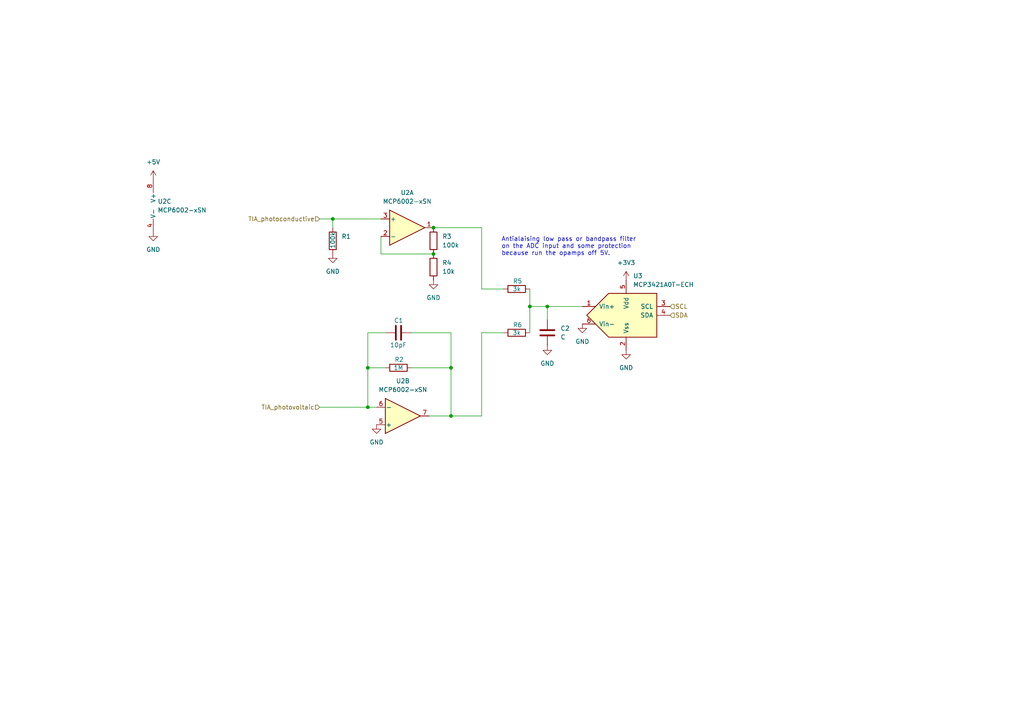
<source format=kicad_sch>
(kicad_sch (version 20211123) (generator eeschema)

  (uuid f3139bb3-a384-4a8a-a2d8-66b37728173d)

  (paper "A4")

  (lib_symbols
    (symbol "Amplifier_Operational:MCP6002-xSN" (pin_names (offset 0.127)) (in_bom yes) (on_board yes)
      (property "Reference" "U" (id 0) (at 0 5.08 0)
        (effects (font (size 1.27 1.27)) (justify left))
      )
      (property "Value" "MCP6002-xSN" (id 1) (at 0 -5.08 0)
        (effects (font (size 1.27 1.27)) (justify left))
      )
      (property "Footprint" "" (id 2) (at 0 0 0)
        (effects (font (size 1.27 1.27)) hide)
      )
      (property "Datasheet" "http://ww1.microchip.com/downloads/en/DeviceDoc/21733j.pdf" (id 3) (at 0 0 0)
        (effects (font (size 1.27 1.27)) hide)
      )
      (property "ki_locked" "" (id 4) (at 0 0 0)
        (effects (font (size 1.27 1.27)))
      )
      (property "ki_keywords" "dual opamp" (id 5) (at 0 0 0)
        (effects (font (size 1.27 1.27)) hide)
      )
      (property "ki_description" "1MHz, Low-Power Op Amp, SOIC-8" (id 6) (at 0 0 0)
        (effects (font (size 1.27 1.27)) hide)
      )
      (property "ki_fp_filters" "SOIC*3.9x4.9mm*P1.27mm* DIP*W7.62mm* TO*99* OnSemi*Micro8* TSSOP*3x3mm*P0.65mm* TSSOP*4.4x3mm*P0.65mm* MSOP*3x3mm*P0.65mm* SSOP*3.9x4.9mm*P0.635mm* LFCSP*2x2mm*P0.5mm* *SIP* SOIC*5.3x6.2mm*P1.27mm*" (id 7) (at 0 0 0)
        (effects (font (size 1.27 1.27)) hide)
      )
      (symbol "MCP6002-xSN_1_1"
        (polyline
          (pts
            (xy -5.08 5.08)
            (xy 5.08 0)
            (xy -5.08 -5.08)
            (xy -5.08 5.08)
          )
          (stroke (width 0.254) (type default) (color 0 0 0 0))
          (fill (type background))
        )
        (pin output line (at 7.62 0 180) (length 2.54)
          (name "~" (effects (font (size 1.27 1.27))))
          (number "1" (effects (font (size 1.27 1.27))))
        )
        (pin input line (at -7.62 -2.54 0) (length 2.54)
          (name "-" (effects (font (size 1.27 1.27))))
          (number "2" (effects (font (size 1.27 1.27))))
        )
        (pin input line (at -7.62 2.54 0) (length 2.54)
          (name "+" (effects (font (size 1.27 1.27))))
          (number "3" (effects (font (size 1.27 1.27))))
        )
      )
      (symbol "MCP6002-xSN_2_1"
        (polyline
          (pts
            (xy -5.08 5.08)
            (xy 5.08 0)
            (xy -5.08 -5.08)
            (xy -5.08 5.08)
          )
          (stroke (width 0.254) (type default) (color 0 0 0 0))
          (fill (type background))
        )
        (pin input line (at -7.62 2.54 0) (length 2.54)
          (name "+" (effects (font (size 1.27 1.27))))
          (number "5" (effects (font (size 1.27 1.27))))
        )
        (pin input line (at -7.62 -2.54 0) (length 2.54)
          (name "-" (effects (font (size 1.27 1.27))))
          (number "6" (effects (font (size 1.27 1.27))))
        )
        (pin output line (at 7.62 0 180) (length 2.54)
          (name "~" (effects (font (size 1.27 1.27))))
          (number "7" (effects (font (size 1.27 1.27))))
        )
      )
      (symbol "MCP6002-xSN_3_1"
        (pin power_in line (at -2.54 -7.62 90) (length 3.81)
          (name "V-" (effects (font (size 1.27 1.27))))
          (number "4" (effects (font (size 1.27 1.27))))
        )
        (pin power_in line (at -2.54 7.62 270) (length 3.81)
          (name "V+" (effects (font (size 1.27 1.27))))
          (number "8" (effects (font (size 1.27 1.27))))
        )
      )
    )
    (symbol "Analog_ADC:MCP3421A0T-ECH" (pin_names (offset 1.016)) (in_bom yes) (on_board yes)
      (property "Reference" "U" (id 0) (at -10.16 7.62 0)
        (effects (font (size 1.27 1.27)) (justify left))
      )
      (property "Value" "MCP3421A0T-ECH" (id 1) (at 2.54 7.62 0)
        (effects (font (size 1.27 1.27)) (justify left))
      )
      (property "Footprint" "" (id 2) (at 0 0 0)
        (effects (font (size 1.27 1.27) italic) hide)
      )
      (property "Datasheet" "http://ww1.microchip.com/downloads/en/DeviceDoc/22003e.pdf" (id 3) (at 0 0 0)
        (effects (font (size 1.27 1.27)) hide)
      )
      (property "ki_keywords" "Sigma-Delta ADC Converter 18bit I2C 1ch" (id 4) (at 0 0 0)
        (effects (font (size 1.27 1.27)) hide)
      )
      (property "ki_description" "Single Delta-Sigma 18bit Analog to Digital Converter, I2C Interface, SOT-23-6" (id 5) (at 0 0 0)
        (effects (font (size 1.27 1.27)) hide)
      )
      (property "ki_fp_filters" "SOT?23* SOT?23*" (id 6) (at 0 0 0)
        (effects (font (size 1.27 1.27)) hide)
      )
      (symbol "MCP3421A0T-ECH_0_1"
        (polyline
          (pts
            (xy -5.08 6.35)
            (xy 8.89 6.35)
            (xy 8.89 0)
            (xy 8.89 -6.35)
            (xy -5.08 -6.35)
            (xy -11.43 0)
            (xy -5.08 6.35)
          )
          (stroke (width 0.254) (type default) (color 0 0 0 0))
          (fill (type background))
        )
      )
      (symbol "MCP3421A0T-ECH_1_1"
        (pin passive line (at -12.7 2.54 0) (length 3.81)
          (name "Vin+" (effects (font (size 1.27 1.27))))
          (number "1" (effects (font (size 1.27 1.27))))
        )
        (pin power_in line (at 0 -10.16 90) (length 3.81)
          (name "Vss" (effects (font (size 1.27 1.27))))
          (number "2" (effects (font (size 1.27 1.27))))
        )
        (pin input line (at 12.7 2.54 180) (length 3.81)
          (name "SCL" (effects (font (size 1.27 1.27))))
          (number "3" (effects (font (size 1.27 1.27))))
        )
        (pin bidirectional line (at 12.7 0 180) (length 3.81)
          (name "SDA" (effects (font (size 1.27 1.27))))
          (number "4" (effects (font (size 1.27 1.27))))
        )
        (pin power_in line (at 0 10.16 270) (length 3.81)
          (name "Vdd" (effects (font (size 1.27 1.27))))
          (number "5" (effects (font (size 1.27 1.27))))
        )
        (pin passive line (at -12.7 -2.54 0) (length 3.81)
          (name "Vin-" (effects (font (size 1.27 1.27))))
          (number "6" (effects (font (size 1.27 1.27))))
        )
      )
    )
    (symbol "Device:C" (pin_numbers hide) (pin_names (offset 0.254)) (in_bom yes) (on_board yes)
      (property "Reference" "C" (id 0) (at 0.635 2.54 0)
        (effects (font (size 1.27 1.27)) (justify left))
      )
      (property "Value" "C" (id 1) (at 0.635 -2.54 0)
        (effects (font (size 1.27 1.27)) (justify left))
      )
      (property "Footprint" "" (id 2) (at 0.9652 -3.81 0)
        (effects (font (size 1.27 1.27)) hide)
      )
      (property "Datasheet" "~" (id 3) (at 0 0 0)
        (effects (font (size 1.27 1.27)) hide)
      )
      (property "ki_keywords" "cap capacitor" (id 4) (at 0 0 0)
        (effects (font (size 1.27 1.27)) hide)
      )
      (property "ki_description" "Unpolarized capacitor" (id 5) (at 0 0 0)
        (effects (font (size 1.27 1.27)) hide)
      )
      (property "ki_fp_filters" "C_*" (id 6) (at 0 0 0)
        (effects (font (size 1.27 1.27)) hide)
      )
      (symbol "C_0_1"
        (polyline
          (pts
            (xy -2.032 -0.762)
            (xy 2.032 -0.762)
          )
          (stroke (width 0.508) (type default) (color 0 0 0 0))
          (fill (type none))
        )
        (polyline
          (pts
            (xy -2.032 0.762)
            (xy 2.032 0.762)
          )
          (stroke (width 0.508) (type default) (color 0 0 0 0))
          (fill (type none))
        )
      )
      (symbol "C_1_1"
        (pin passive line (at 0 3.81 270) (length 2.794)
          (name "~" (effects (font (size 1.27 1.27))))
          (number "1" (effects (font (size 1.27 1.27))))
        )
        (pin passive line (at 0 -3.81 90) (length 2.794)
          (name "~" (effects (font (size 1.27 1.27))))
          (number "2" (effects (font (size 1.27 1.27))))
        )
      )
    )
    (symbol "Device:R" (pin_numbers hide) (pin_names (offset 0)) (in_bom yes) (on_board yes)
      (property "Reference" "R" (id 0) (at 2.032 0 90)
        (effects (font (size 1.27 1.27)))
      )
      (property "Value" "R" (id 1) (at 0 0 90)
        (effects (font (size 1.27 1.27)))
      )
      (property "Footprint" "" (id 2) (at -1.778 0 90)
        (effects (font (size 1.27 1.27)) hide)
      )
      (property "Datasheet" "~" (id 3) (at 0 0 0)
        (effects (font (size 1.27 1.27)) hide)
      )
      (property "ki_keywords" "R res resistor" (id 4) (at 0 0 0)
        (effects (font (size 1.27 1.27)) hide)
      )
      (property "ki_description" "Resistor" (id 5) (at 0 0 0)
        (effects (font (size 1.27 1.27)) hide)
      )
      (property "ki_fp_filters" "R_*" (id 6) (at 0 0 0)
        (effects (font (size 1.27 1.27)) hide)
      )
      (symbol "R_0_1"
        (rectangle (start -1.016 -2.54) (end 1.016 2.54)
          (stroke (width 0.254) (type default) (color 0 0 0 0))
          (fill (type none))
        )
      )
      (symbol "R_1_1"
        (pin passive line (at 0 3.81 270) (length 1.27)
          (name "~" (effects (font (size 1.27 1.27))))
          (number "1" (effects (font (size 1.27 1.27))))
        )
        (pin passive line (at 0 -3.81 90) (length 1.27)
          (name "~" (effects (font (size 1.27 1.27))))
          (number "2" (effects (font (size 1.27 1.27))))
        )
      )
    )
    (symbol "power:+3.3V" (power) (pin_names (offset 0)) (in_bom yes) (on_board yes)
      (property "Reference" "#PWR" (id 0) (at 0 -3.81 0)
        (effects (font (size 1.27 1.27)) hide)
      )
      (property "Value" "+3.3V" (id 1) (at 0 3.556 0)
        (effects (font (size 1.27 1.27)))
      )
      (property "Footprint" "" (id 2) (at 0 0 0)
        (effects (font (size 1.27 1.27)) hide)
      )
      (property "Datasheet" "" (id 3) (at 0 0 0)
        (effects (font (size 1.27 1.27)) hide)
      )
      (property "ki_keywords" "power-flag" (id 4) (at 0 0 0)
        (effects (font (size 1.27 1.27)) hide)
      )
      (property "ki_description" "Power symbol creates a global label with name \"+3.3V\"" (id 5) (at 0 0 0)
        (effects (font (size 1.27 1.27)) hide)
      )
      (symbol "+3.3V_0_1"
        (polyline
          (pts
            (xy -0.762 1.27)
            (xy 0 2.54)
          )
          (stroke (width 0) (type default) (color 0 0 0 0))
          (fill (type none))
        )
        (polyline
          (pts
            (xy 0 0)
            (xy 0 2.54)
          )
          (stroke (width 0) (type default) (color 0 0 0 0))
          (fill (type none))
        )
        (polyline
          (pts
            (xy 0 2.54)
            (xy 0.762 1.27)
          )
          (stroke (width 0) (type default) (color 0 0 0 0))
          (fill (type none))
        )
      )
      (symbol "+3.3V_1_1"
        (pin power_in line (at 0 0 90) (length 0) hide
          (name "+3V3" (effects (font (size 1.27 1.27))))
          (number "1" (effects (font (size 1.27 1.27))))
        )
      )
    )
    (symbol "power:+5V" (power) (pin_names (offset 0)) (in_bom yes) (on_board yes)
      (property "Reference" "#PWR" (id 0) (at 0 -3.81 0)
        (effects (font (size 1.27 1.27)) hide)
      )
      (property "Value" "+5V" (id 1) (at 0 3.556 0)
        (effects (font (size 1.27 1.27)))
      )
      (property "Footprint" "" (id 2) (at 0 0 0)
        (effects (font (size 1.27 1.27)) hide)
      )
      (property "Datasheet" "" (id 3) (at 0 0 0)
        (effects (font (size 1.27 1.27)) hide)
      )
      (property "ki_keywords" "power-flag" (id 4) (at 0 0 0)
        (effects (font (size 1.27 1.27)) hide)
      )
      (property "ki_description" "Power symbol creates a global label with name \"+5V\"" (id 5) (at 0 0 0)
        (effects (font (size 1.27 1.27)) hide)
      )
      (symbol "+5V_0_1"
        (polyline
          (pts
            (xy -0.762 1.27)
            (xy 0 2.54)
          )
          (stroke (width 0) (type default) (color 0 0 0 0))
          (fill (type none))
        )
        (polyline
          (pts
            (xy 0 0)
            (xy 0 2.54)
          )
          (stroke (width 0) (type default) (color 0 0 0 0))
          (fill (type none))
        )
        (polyline
          (pts
            (xy 0 2.54)
            (xy 0.762 1.27)
          )
          (stroke (width 0) (type default) (color 0 0 0 0))
          (fill (type none))
        )
      )
      (symbol "+5V_1_1"
        (pin power_in line (at 0 0 90) (length 0) hide
          (name "+5V" (effects (font (size 1.27 1.27))))
          (number "1" (effects (font (size 1.27 1.27))))
        )
      )
    )
    (symbol "power:GND" (power) (pin_names (offset 0)) (in_bom yes) (on_board yes)
      (property "Reference" "#PWR" (id 0) (at 0 -6.35 0)
        (effects (font (size 1.27 1.27)) hide)
      )
      (property "Value" "GND" (id 1) (at 0 -3.81 0)
        (effects (font (size 1.27 1.27)))
      )
      (property "Footprint" "" (id 2) (at 0 0 0)
        (effects (font (size 1.27 1.27)) hide)
      )
      (property "Datasheet" "" (id 3) (at 0 0 0)
        (effects (font (size 1.27 1.27)) hide)
      )
      (property "ki_keywords" "power-flag" (id 4) (at 0 0 0)
        (effects (font (size 1.27 1.27)) hide)
      )
      (property "ki_description" "Power symbol creates a global label with name \"GND\" , ground" (id 5) (at 0 0 0)
        (effects (font (size 1.27 1.27)) hide)
      )
      (symbol "GND_0_1"
        (polyline
          (pts
            (xy 0 0)
            (xy 0 -1.27)
            (xy 1.27 -1.27)
            (xy 0 -2.54)
            (xy -1.27 -1.27)
            (xy 0 -1.27)
          )
          (stroke (width 0) (type default) (color 0 0 0 0))
          (fill (type none))
        )
      )
      (symbol "GND_1_1"
        (pin power_in line (at 0 0 270) (length 0) hide
          (name "GND" (effects (font (size 1.27 1.27))))
          (number "1" (effects (font (size 1.27 1.27))))
        )
      )
    )
  )

  (junction (at 106.68 118.11) (diameter 0) (color 0 0 0 0)
    (uuid 0bfac37c-5f4c-4834-8b00-70656a8cb6c2)
  )
  (junction (at 125.73 66.04) (diameter 0) (color 0 0 0 0)
    (uuid 1c93b6f4-f4b9-4653-b42a-b8f05d449bd2)
  )
  (junction (at 153.67 88.9) (diameter 0) (color 0 0 0 0)
    (uuid 206de0af-1fa1-4595-8d11-0ec6ce8c0066)
  )
  (junction (at 96.52 63.5) (diameter 0) (color 0 0 0 0)
    (uuid 274488c6-4e78-4f4a-8158-6f43bfb6a837)
  )
  (junction (at 158.75 88.9) (diameter 0) (color 0 0 0 0)
    (uuid 391eb9b8-dbc1-449a-bcd8-7cb86a123b0c)
  )
  (junction (at 106.68 106.68) (diameter 0) (color 0 0 0 0)
    (uuid 3b1a4214-7545-4507-97c7-49f9202087a7)
  )
  (junction (at 130.81 106.68) (diameter 0) (color 0 0 0 0)
    (uuid 5211b7ea-8f73-4e9e-a211-4d76d40027f6)
  )
  (junction (at 125.73 73.66) (diameter 0) (color 0 0 0 0)
    (uuid 73a5c1fa-75c6-4be5-96a9-08f5cb6f7208)
  )
  (junction (at 130.81 120.65) (diameter 0) (color 0 0 0 0)
    (uuid a902b600-c439-4aee-a6a7-853a64497ad0)
  )

  (wire (pts (xy 153.67 88.9) (xy 153.67 83.82))
    (stroke (width 0) (type default) (color 0 0 0 0))
    (uuid 0579376d-e59d-40e5-ba1f-841c8b1bbb93)
  )
  (wire (pts (xy 158.75 88.9) (xy 153.67 88.9))
    (stroke (width 0) (type default) (color 0 0 0 0))
    (uuid 0ff5c88c-73e0-4e46-bbf2-1d9a50aea9bc)
  )
  (wire (pts (xy 96.52 63.5) (xy 96.52 66.04))
    (stroke (width 0) (type default) (color 0 0 0 0))
    (uuid 14e39123-428d-4a3c-9161-f2592d09d133)
  )
  (wire (pts (xy 139.7 83.82) (xy 139.7 66.04))
    (stroke (width 0) (type default) (color 0 0 0 0))
    (uuid 20a08e16-f4aa-4114-9112-a003d6bd0598)
  )
  (wire (pts (xy 92.71 63.5) (xy 96.52 63.5))
    (stroke (width 0) (type default) (color 0 0 0 0))
    (uuid 20c8805e-cc7a-407d-bcfa-1bb92da76252)
  )
  (wire (pts (xy 119.38 106.68) (xy 130.81 106.68))
    (stroke (width 0) (type default) (color 0 0 0 0))
    (uuid 2ebaeee4-3248-4343-8981-aad86768c344)
  )
  (wire (pts (xy 139.7 96.52) (xy 146.05 96.52))
    (stroke (width 0) (type default) (color 0 0 0 0))
    (uuid 2ed70f90-3c21-4a83-be26-05ab3be8c30d)
  )
  (wire (pts (xy 139.7 83.82) (xy 146.05 83.82))
    (stroke (width 0) (type default) (color 0 0 0 0))
    (uuid 396a31f5-d84a-45a9-a257-a948778866ad)
  )
  (wire (pts (xy 106.68 106.68) (xy 106.68 118.11))
    (stroke (width 0) (type default) (color 0 0 0 0))
    (uuid 4c488070-07dd-49a7-9432-1c2852e73431)
  )
  (wire (pts (xy 92.71 118.11) (xy 106.68 118.11))
    (stroke (width 0) (type default) (color 0 0 0 0))
    (uuid 60d84bfe-2a89-4c18-ae7d-4734461622af)
  )
  (wire (pts (xy 110.49 68.58) (xy 110.49 73.66))
    (stroke (width 0) (type default) (color 0 0 0 0))
    (uuid 6e6ca7a0-9014-49c8-8ecb-3c90193754e8)
  )
  (wire (pts (xy 106.68 106.68) (xy 111.76 106.68))
    (stroke (width 0) (type default) (color 0 0 0 0))
    (uuid 86903cd2-ad4e-47c3-bfbf-ed74fd1c0505)
  )
  (wire (pts (xy 153.67 88.9) (xy 153.67 96.52))
    (stroke (width 0) (type default) (color 0 0 0 0))
    (uuid 8b3a4d08-cf78-4a04-bad4-bc3a7b281f6c)
  )
  (wire (pts (xy 111.76 96.52) (xy 106.68 96.52))
    (stroke (width 0) (type default) (color 0 0 0 0))
    (uuid 8cc0c58b-dbd8-4347-a1f2-3e8e9c3d471c)
  )
  (wire (pts (xy 139.7 120.65) (xy 130.81 120.65))
    (stroke (width 0) (type default) (color 0 0 0 0))
    (uuid 8fd77c3d-f2a0-44cb-b71a-cd12609996dc)
  )
  (wire (pts (xy 124.46 120.65) (xy 130.81 120.65))
    (stroke (width 0) (type default) (color 0 0 0 0))
    (uuid abe7cc69-5044-4c3f-892b-d4fcff6e4c8c)
  )
  (wire (pts (xy 139.7 96.52) (xy 139.7 120.65))
    (stroke (width 0) (type default) (color 0 0 0 0))
    (uuid b318de65-bd40-43dc-9f15-3d6e8b2c0e9e)
  )
  (wire (pts (xy 139.7 66.04) (xy 125.73 66.04))
    (stroke (width 0) (type default) (color 0 0 0 0))
    (uuid b7ca90f9-3377-432b-9ab3-19e643a6404c)
  )
  (wire (pts (xy 106.68 96.52) (xy 106.68 106.68))
    (stroke (width 0) (type default) (color 0 0 0 0))
    (uuid bd5b5fd0-248c-486a-a28b-905a53c4e4a6)
  )
  (wire (pts (xy 119.38 96.52) (xy 130.81 96.52))
    (stroke (width 0) (type default) (color 0 0 0 0))
    (uuid c0f43a05-67b0-4261-b2ea-148ff468a924)
  )
  (wire (pts (xy 110.49 63.5) (xy 96.52 63.5))
    (stroke (width 0) (type default) (color 0 0 0 0))
    (uuid cbbb2462-23e7-4c21-8e59-d2a396195fa2)
  )
  (wire (pts (xy 130.81 120.65) (xy 130.81 106.68))
    (stroke (width 0) (type default) (color 0 0 0 0))
    (uuid cfe63784-6e9a-43f6-84eb-d8431ce61a5d)
  )
  (wire (pts (xy 158.75 88.9) (xy 158.75 92.71))
    (stroke (width 0) (type default) (color 0 0 0 0))
    (uuid d477b005-312c-49d6-9daa-9d09f8b1b229)
  )
  (wire (pts (xy 158.75 88.9) (xy 168.91 88.9))
    (stroke (width 0) (type default) (color 0 0 0 0))
    (uuid dce80908-c10a-46cd-9063-ee0dd1c9da30)
  )
  (wire (pts (xy 110.49 73.66) (xy 125.73 73.66))
    (stroke (width 0) (type default) (color 0 0 0 0))
    (uuid e7dd44e5-6947-4d18-a1ad-3e66c10431e5)
  )
  (wire (pts (xy 130.81 106.68) (xy 130.81 96.52))
    (stroke (width 0) (type default) (color 0 0 0 0))
    (uuid ed1dc1a0-c3af-4b4a-8e9a-7a16d9c5e1d5)
  )
  (wire (pts (xy 106.68 118.11) (xy 109.22 118.11))
    (stroke (width 0) (type default) (color 0 0 0 0))
    (uuid f9c10038-03e6-4bfc-83b8-5155ba0ea715)
  )

  (text "Antialaising low pass or bandpass filter \non the ADC input and some protection \nbecause run the opamps off 5V.  "
    (at 145.415 74.295 0)
    (effects (font (size 1.27 1.27)) (justify left bottom))
    (uuid ffe6d5f3-f9a5-48a9-88db-d2d7822b944f)
  )

  (hierarchical_label "SCL" (shape input) (at 194.31 88.9 0)
    (effects (font (size 1.27 1.27)) (justify left))
    (uuid 0353edcd-889c-4fc5-a5cf-1d8128b0f070)
  )
  (hierarchical_label "SDA" (shape input) (at 194.31 91.44 0)
    (effects (font (size 1.27 1.27)) (justify left))
    (uuid 686602d1-c90c-441b-a7ad-178c958b19f6)
  )
  (hierarchical_label "TIA_photovoltaic" (shape input) (at 92.71 118.11 180)
    (effects (font (size 1.27 1.27)) (justify right))
    (uuid 9f79d44b-c342-4ee4-831d-26fbf195c3c3)
  )
  (hierarchical_label "TIA_photoconductive" (shape input) (at 92.71 63.5 180)
    (effects (font (size 1.27 1.27)) (justify right))
    (uuid d488a088-5d53-4f81-bee0-a8408c1f54bd)
  )

  (symbol (lib_id "Device:R") (at 149.86 83.82 270) (unit 1)
    (in_bom yes) (on_board yes)
    (uuid 0737e7df-534b-4ea4-9965-1826c988f4d3)
    (property "Reference" "R5" (id 0) (at 150.114 81.534 90))
    (property "Value" "3k" (id 1) (at 149.86 83.82 90))
    (property "Footprint" "" (id 2) (at 149.86 82.042 90)
      (effects (font (size 1.27 1.27)) hide)
    )
    (property "Datasheet" "~" (id 3) (at 149.86 83.82 0)
      (effects (font (size 1.27 1.27)) hide)
    )
    (pin "1" (uuid 054f9653-b48a-4663-b5cf-c54f8f4177d1))
    (pin "2" (uuid 6b570b0e-b046-4f1e-aa27-616110d3e310))
  )

  (symbol (lib_id "power:GND") (at 181.61 101.6 0) (unit 1)
    (in_bom yes) (on_board yes) (fields_autoplaced)
    (uuid 1fcf4402-3abf-43fc-93d9-78721d05a741)
    (property "Reference" "#PWR0104" (id 0) (at 181.61 107.95 0)
      (effects (font (size 1.27 1.27)) hide)
    )
    (property "Value" "GND" (id 1) (at 181.61 106.68 0))
    (property "Footprint" "" (id 2) (at 181.61 101.6 0)
      (effects (font (size 1.27 1.27)) hide)
    )
    (property "Datasheet" "" (id 3) (at 181.61 101.6 0)
      (effects (font (size 1.27 1.27)) hide)
    )
    (pin "1" (uuid 04969a00-82c7-49aa-ae70-1880eb745e61))
  )

  (symbol (lib_id "Amplifier_Operational:MCP6002-xSN") (at 46.99 59.69 0) (unit 3)
    (in_bom yes) (on_board yes) (fields_autoplaced)
    (uuid 3391c75e-e1c8-43aa-a009-292b4836a03b)
    (property "Reference" "U2" (id 0) (at 45.72 58.4199 0)
      (effects (font (size 1.27 1.27)) (justify left))
    )
    (property "Value" "MCP6002-xSN" (id 1) (at 45.72 60.9599 0)
      (effects (font (size 1.27 1.27)) (justify left))
    )
    (property "Footprint" "Package_SO:SOIC-8_3.9x4.9mm_P1.27mm" (id 2) (at 46.99 59.69 0)
      (effects (font (size 1.27 1.27)) hide)
    )
    (property "Datasheet" "http://ww1.microchip.com/downloads/en/DeviceDoc/21733j.pdf" (id 3) (at 46.99 59.69 0)
      (effects (font (size 1.27 1.27)) hide)
    )
    (pin "4" (uuid 3c4d3414-e7c8-4269-baf4-deae8d03a03d))
    (pin "8" (uuid d393573a-0c88-42c6-aa02-cb4a0ee94d2f))
  )

  (symbol (lib_id "Device:C") (at 115.57 96.52 90) (unit 1)
    (in_bom yes) (on_board yes)
    (uuid 36f20f2b-df3d-4bc7-a369-fb3ef715bff8)
    (property "Reference" "C1" (id 0) (at 115.6208 92.964 90))
    (property "Value" "10pF" (id 1) (at 115.5192 100.076 90))
    (property "Footprint" "" (id 2) (at 119.38 95.5548 0)
      (effects (font (size 1.27 1.27)) hide)
    )
    (property "Datasheet" "~" (id 3) (at 115.57 96.52 0)
      (effects (font (size 1.27 1.27)) hide)
    )
    (pin "1" (uuid 4723d0ae-4b1b-4e98-9c06-2cf2f243b33c))
    (pin "2" (uuid 94590c1b-7255-4f90-a4d6-aeab077c41cc))
  )

  (symbol (lib_id "power:+3.3V") (at 181.61 81.28 0) (unit 1)
    (in_bom yes) (on_board yes) (fields_autoplaced)
    (uuid 395876dc-25ca-4ac6-b54f-626217f82dba)
    (property "Reference" "#PWR0103" (id 0) (at 181.61 85.09 0)
      (effects (font (size 1.27 1.27)) hide)
    )
    (property "Value" "+3.3V" (id 1) (at 181.61 76.2 0))
    (property "Footprint" "" (id 2) (at 181.61 81.28 0)
      (effects (font (size 1.27 1.27)) hide)
    )
    (property "Datasheet" "" (id 3) (at 181.61 81.28 0)
      (effects (font (size 1.27 1.27)) hide)
    )
    (pin "1" (uuid 1bef97dc-844a-4052-904c-546dfcc0521c))
  )

  (symbol (lib_id "Device:R") (at 149.86 96.52 270) (unit 1)
    (in_bom yes) (on_board yes)
    (uuid 42b72fe8-9e97-479d-ac14-742fcc9ad3b5)
    (property "Reference" "R6" (id 0) (at 150.114 94.234 90))
    (property "Value" "3k" (id 1) (at 149.86 96.52 90))
    (property "Footprint" "" (id 2) (at 149.86 94.742 90)
      (effects (font (size 1.27 1.27)) hide)
    )
    (property "Datasheet" "~" (id 3) (at 149.86 96.52 0)
      (effects (font (size 1.27 1.27)) hide)
    )
    (pin "1" (uuid 06c519e1-cd38-4f62-a7e3-fdd27aeb04d2))
    (pin "2" (uuid ce906568-9c18-484d-aeb6-d223d2ccb6b4))
  )

  (symbol (lib_id "power:GND") (at 109.22 123.19 0) (unit 1)
    (in_bom yes) (on_board yes) (fields_autoplaced)
    (uuid 57b89bb3-166d-4ad0-85be-235f39fd3653)
    (property "Reference" "#PWR0107" (id 0) (at 109.22 129.54 0)
      (effects (font (size 1.27 1.27)) hide)
    )
    (property "Value" "GND" (id 1) (at 109.22 128.27 0))
    (property "Footprint" "" (id 2) (at 109.22 123.19 0)
      (effects (font (size 1.27 1.27)) hide)
    )
    (property "Datasheet" "" (id 3) (at 109.22 123.19 0)
      (effects (font (size 1.27 1.27)) hide)
    )
    (pin "1" (uuid 4e5ad335-b61b-4b8f-90b2-2b8d1f3eaf5e))
  )

  (symbol (lib_id "Device:R") (at 96.52 69.85 180) (unit 1)
    (in_bom yes) (on_board yes)
    (uuid 60d70fa9-3d1b-45a9-9c52-21967b1f8523)
    (property "Reference" "R1" (id 0) (at 99.06 68.5799 0)
      (effects (font (size 1.27 1.27)) (justify right))
    )
    (property "Value" "100k" (id 1) (at 96.52 72.136 90)
      (effects (font (size 1.27 1.27)) (justify right))
    )
    (property "Footprint" "" (id 2) (at 98.298 69.85 90)
      (effects (font (size 1.27 1.27)) hide)
    )
    (property "Datasheet" "~" (id 3) (at 96.52 69.85 0)
      (effects (font (size 1.27 1.27)) hide)
    )
    (pin "1" (uuid a1b570b2-df6b-4e96-803c-8fa610bd5b4d))
    (pin "2" (uuid 1cac5687-0ee3-4364-841d-e255fbb431f5))
  )

  (symbol (lib_id "power:GND") (at 125.73 81.28 0) (unit 1)
    (in_bom yes) (on_board yes) (fields_autoplaced)
    (uuid 667ac83c-d822-438c-9f5d-2710e18e7681)
    (property "Reference" "#PWR0102" (id 0) (at 125.73 87.63 0)
      (effects (font (size 1.27 1.27)) hide)
    )
    (property "Value" "GND" (id 1) (at 125.73 86.36 0))
    (property "Footprint" "" (id 2) (at 125.73 81.28 0)
      (effects (font (size 1.27 1.27)) hide)
    )
    (property "Datasheet" "" (id 3) (at 125.73 81.28 0)
      (effects (font (size 1.27 1.27)) hide)
    )
    (pin "1" (uuid 469a2b0c-1980-4102-a030-45d65b31d853))
  )

  (symbol (lib_id "Amplifier_Operational:MCP6002-xSN") (at 116.84 120.65 0) (mirror x) (unit 2)
    (in_bom yes) (on_board yes) (fields_autoplaced)
    (uuid 7d07db6c-2b6a-4a46-bd49-1e71c9b00353)
    (property "Reference" "U2" (id 0) (at 116.84 110.49 0))
    (property "Value" "MCP6002-xSN" (id 1) (at 116.84 113.03 0))
    (property "Footprint" "Package_SO:SOIC-8_3.9x4.9mm_P1.27mm" (id 2) (at 116.84 120.65 0)
      (effects (font (size 1.27 1.27)) hide)
    )
    (property "Datasheet" "http://ww1.microchip.com/downloads/en/DeviceDoc/21733j.pdf" (id 3) (at 116.84 120.65 0)
      (effects (font (size 1.27 1.27)) hide)
    )
    (pin "5" (uuid 74588884-0562-49a1-a47d-a4c03d5a9d0c))
    (pin "6" (uuid 50241047-caa4-455c-a942-a06592e82f76))
    (pin "7" (uuid 5a664bd7-f5b6-47d1-8bad-4ff1ead8bddd))
  )

  (symbol (lib_id "power:+5V") (at 44.45 52.07 0) (unit 1)
    (in_bom yes) (on_board yes) (fields_autoplaced)
    (uuid 8bbcd69b-f543-4ad3-8448-38196bc4df61)
    (property "Reference" "#PWR0108" (id 0) (at 44.45 55.88 0)
      (effects (font (size 1.27 1.27)) hide)
    )
    (property "Value" "+5V" (id 1) (at 44.45 46.99 0))
    (property "Footprint" "" (id 2) (at 44.45 52.07 0)
      (effects (font (size 1.27 1.27)) hide)
    )
    (property "Datasheet" "" (id 3) (at 44.45 52.07 0)
      (effects (font (size 1.27 1.27)) hide)
    )
    (pin "1" (uuid 515bebc9-1ab2-413f-b2a9-61ad67eff9cf))
  )

  (symbol (lib_id "power:GND") (at 168.91 93.98 0) (unit 1)
    (in_bom yes) (on_board yes) (fields_autoplaced)
    (uuid 958363c9-4e7e-47b4-88b6-002cec8a9803)
    (property "Reference" "#PWR0105" (id 0) (at 168.91 100.33 0)
      (effects (font (size 1.27 1.27)) hide)
    )
    (property "Value" "GND" (id 1) (at 168.91 99.06 0))
    (property "Footprint" "" (id 2) (at 168.91 93.98 0)
      (effects (font (size 1.27 1.27)) hide)
    )
    (property "Datasheet" "" (id 3) (at 168.91 93.98 0)
      (effects (font (size 1.27 1.27)) hide)
    )
    (pin "1" (uuid 299e8a39-d371-479d-80ad-54890ec71a78))
  )

  (symbol (lib_id "Device:R") (at 115.57 106.68 90) (unit 1)
    (in_bom yes) (on_board yes)
    (uuid 9ad7de90-dad3-4363-82ad-815ad6c8684b)
    (property "Reference" "R2" (id 0) (at 115.7732 104.2924 90))
    (property "Value" "1M" (id 1) (at 115.57 106.68 90))
    (property "Footprint" "" (id 2) (at 115.57 108.458 90)
      (effects (font (size 1.27 1.27)) hide)
    )
    (property "Datasheet" "~" (id 3) (at 115.57 106.68 0)
      (effects (font (size 1.27 1.27)) hide)
    )
    (pin "1" (uuid 6d50f53f-f276-4af7-a1fd-2243c2b81c86))
    (pin "2" (uuid 3041fba3-2113-4c52-b51d-a7beda1df2fa))
  )

  (symbol (lib_id "Device:R") (at 125.73 77.47 180) (unit 1)
    (in_bom yes) (on_board yes) (fields_autoplaced)
    (uuid ad19db20-1f54-4560-8431-a27fd29f7ff7)
    (property "Reference" "R4" (id 0) (at 128.27 76.1999 0)
      (effects (font (size 1.27 1.27)) (justify right))
    )
    (property "Value" "10k" (id 1) (at 128.27 78.7399 0)
      (effects (font (size 1.27 1.27)) (justify right))
    )
    (property "Footprint" "" (id 2) (at 127.508 77.47 90)
      (effects (font (size 1.27 1.27)) hide)
    )
    (property "Datasheet" "~" (id 3) (at 125.73 77.47 0)
      (effects (font (size 1.27 1.27)) hide)
    )
    (pin "1" (uuid 2658d7ae-b110-4231-87a2-13004cdca33c))
    (pin "2" (uuid 4439718f-4b8e-4b7d-9bba-22913ad3404b))
  )

  (symbol (lib_id "power:GND") (at 158.75 100.33 0) (unit 1)
    (in_bom yes) (on_board yes) (fields_autoplaced)
    (uuid ce052e62-9895-4eaf-b763-02bb1f2f2fc0)
    (property "Reference" "#PWR0101" (id 0) (at 158.75 106.68 0)
      (effects (font (size 1.27 1.27)) hide)
    )
    (property "Value" "GND" (id 1) (at 158.75 105.41 0))
    (property "Footprint" "" (id 2) (at 158.75 100.33 0)
      (effects (font (size 1.27 1.27)) hide)
    )
    (property "Datasheet" "" (id 3) (at 158.75 100.33 0)
      (effects (font (size 1.27 1.27)) hide)
    )
    (pin "1" (uuid eacb8113-e0ce-4580-bfb3-1a131027d34b))
  )

  (symbol (lib_id "power:GND") (at 44.45 67.31 0) (unit 1)
    (in_bom yes) (on_board yes) (fields_autoplaced)
    (uuid d0587138-7aff-4d35-85da-166e8be0a887)
    (property "Reference" "#PWR0109" (id 0) (at 44.45 73.66 0)
      (effects (font (size 1.27 1.27)) hide)
    )
    (property "Value" "GND" (id 1) (at 44.45 72.39 0))
    (property "Footprint" "" (id 2) (at 44.45 67.31 0)
      (effects (font (size 1.27 1.27)) hide)
    )
    (property "Datasheet" "" (id 3) (at 44.45 67.31 0)
      (effects (font (size 1.27 1.27)) hide)
    )
    (pin "1" (uuid a2d28e97-bf21-453b-bdfc-595da4c69f15))
  )

  (symbol (lib_id "Analog_ADC:MCP3421A0T-ECH") (at 181.61 91.44 0) (unit 1)
    (in_bom yes) (on_board yes) (fields_autoplaced)
    (uuid e4893166-0e48-43d7-aa2c-4723dbb602ea)
    (property "Reference" "U3" (id 0) (at 183.6294 80.01 0)
      (effects (font (size 1.27 1.27)) (justify left))
    )
    (property "Value" "MCP3421A0T-ECH" (id 1) (at 183.6294 82.55 0)
      (effects (font (size 1.27 1.27)) (justify left))
    )
    (property "Footprint" "Package_TO_SOT_SMD:SOT-23-6" (id 2) (at 181.61 91.44 0)
      (effects (font (size 1.27 1.27) italic) hide)
    )
    (property "Datasheet" "http://ww1.microchip.com/downloads/en/DeviceDoc/22003e.pdf" (id 3) (at 181.61 91.44 0)
      (effects (font (size 1.27 1.27)) hide)
    )
    (pin "1" (uuid 7246efa6-357d-43d1-8a98-80da4c8a0c75))
    (pin "2" (uuid 09860502-39c7-446e-9908-c762cacf3412))
    (pin "3" (uuid 6a8c5ca3-269d-4046-8aa4-a00dacb1cbf5))
    (pin "4" (uuid 26a11e69-d567-46fa-a7ca-f10abbd6f1bf))
    (pin "5" (uuid e5602130-58ff-4563-a385-617e6b1c2ec8))
    (pin "6" (uuid db5de56b-3030-4f6c-a89f-2b4b9d89c15c))
  )

  (symbol (lib_id "power:GND") (at 96.52 73.66 0) (unit 1)
    (in_bom yes) (on_board yes) (fields_autoplaced)
    (uuid e50ae05c-e860-46a9-a40f-d000a52e3442)
    (property "Reference" "#PWR0106" (id 0) (at 96.52 80.01 0)
      (effects (font (size 1.27 1.27)) hide)
    )
    (property "Value" "GND" (id 1) (at 96.52 78.74 0))
    (property "Footprint" "" (id 2) (at 96.52 73.66 0)
      (effects (font (size 1.27 1.27)) hide)
    )
    (property "Datasheet" "" (id 3) (at 96.52 73.66 0)
      (effects (font (size 1.27 1.27)) hide)
    )
    (pin "1" (uuid d43dfed3-0eff-47bc-bc72-16ac2eded18a))
  )

  (symbol (lib_id "Amplifier_Operational:MCP6002-xSN") (at 118.11 66.04 0) (unit 1)
    (in_bom yes) (on_board yes) (fields_autoplaced)
    (uuid e6f86a25-2822-42e7-8a59-a03d907af09b)
    (property "Reference" "U2" (id 0) (at 118.11 55.88 0))
    (property "Value" "MCP6002-xSN" (id 1) (at 118.11 58.42 0))
    (property "Footprint" "Package_SO:SOIC-8_3.9x4.9mm_P1.27mm" (id 2) (at 118.11 66.04 0)
      (effects (font (size 1.27 1.27)) hide)
    )
    (property "Datasheet" "http://ww1.microchip.com/downloads/en/DeviceDoc/21733j.pdf" (id 3) (at 118.11 66.04 0)
      (effects (font (size 1.27 1.27)) hide)
    )
    (pin "1" (uuid 9c108ab2-fa43-4b5e-83c7-3f9d81064359))
    (pin "2" (uuid 69fe1c61-1270-4120-865c-bf2874190162))
    (pin "3" (uuid 8450d0b1-5ce5-47c7-8705-50785d9d3b09))
  )

  (symbol (lib_id "Device:C") (at 158.75 96.52 0) (unit 1)
    (in_bom yes) (on_board yes) (fields_autoplaced)
    (uuid f711db5e-77b0-4494-90e8-aecb55e572ba)
    (property "Reference" "C2" (id 0) (at 162.56 95.2499 0)
      (effects (font (size 1.27 1.27)) (justify left))
    )
    (property "Value" "C" (id 1) (at 162.56 97.7899 0)
      (effects (font (size 1.27 1.27)) (justify left))
    )
    (property "Footprint" "" (id 2) (at 159.7152 100.33 0)
      (effects (font (size 1.27 1.27)) hide)
    )
    (property "Datasheet" "~" (id 3) (at 158.75 96.52 0)
      (effects (font (size 1.27 1.27)) hide)
    )
    (pin "1" (uuid 5c946c69-aabf-45dc-9f47-f37983b2dc53))
    (pin "2" (uuid 84ba6563-aa9a-4a44-a402-ba732fd7b0d2))
  )

  (symbol (lib_id "Device:R") (at 125.73 69.85 180) (unit 1)
    (in_bom yes) (on_board yes) (fields_autoplaced)
    (uuid ff9f04b5-4f9e-4ac9-8790-22e4ddd6091f)
    (property "Reference" "R3" (id 0) (at 128.27 68.5799 0)
      (effects (font (size 1.27 1.27)) (justify right))
    )
    (property "Value" "100k" (id 1) (at 128.27 71.1199 0)
      (effects (font (size 1.27 1.27)) (justify right))
    )
    (property "Footprint" "" (id 2) (at 127.508 69.85 90)
      (effects (font (size 1.27 1.27)) hide)
    )
    (property "Datasheet" "~" (id 3) (at 125.73 69.85 0)
      (effects (font (size 1.27 1.27)) hide)
    )
    (pin "1" (uuid 1cfdfd5e-6fe4-4d85-a8dd-7004ab6b2e20))
    (pin "2" (uuid 8576aa96-9792-48d2-9fa9-08cca8a8c2e9))
  )
)

</source>
